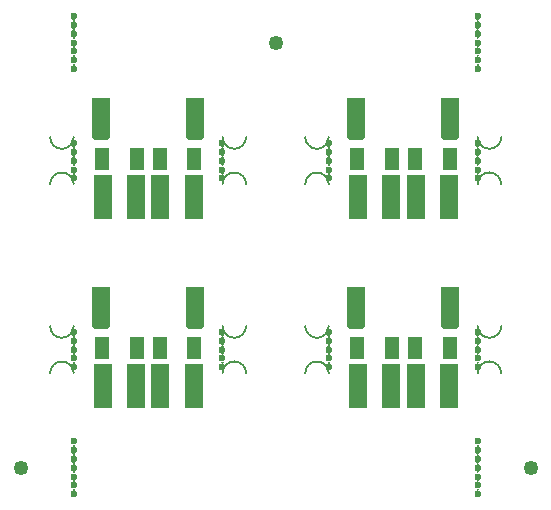
<source format=gts>
G04 #@! TF.GenerationSoftware,KiCad,Pcbnew,(7.0.0-0)*
G04 #@! TF.CreationDate,2025-07-24T17:03:06+12:00*
G04 #@! TF.ProjectId,12V_light_panelized_X4,3132565f-6c69-4676-9874-5f70616e656c,rev?*
G04 #@! TF.SameCoordinates,Original*
G04 #@! TF.FileFunction,Soldermask,Top*
G04 #@! TF.FilePolarity,Negative*
%FSLAX46Y46*%
G04 Gerber Fmt 4.6, Leading zero omitted, Abs format (unit mm)*
G04 Created by KiCad (PCBNEW (7.0.0-0)) date 2025-07-24 17:03:06*
%MOMM*%
%LPD*%
G01*
G04 APERTURE LIST*
G04 Aperture macros list*
%AMRoundRect*
0 Rectangle with rounded corners*
0 $1 Rounding radius*
0 $2 $3 $4 $5 $6 $7 $8 $9 X,Y pos of 4 corners*
0 Add a 4 corners polygon primitive as box body*
4,1,4,$2,$3,$4,$5,$6,$7,$8,$9,$2,$3,0*
0 Add four circle primitives for the rounded corners*
1,1,$1+$1,$2,$3*
1,1,$1+$1,$4,$5*
1,1,$1+$1,$6,$7*
1,1,$1+$1,$8,$9*
0 Add four rect primitives between the rounded corners*
20,1,$1+$1,$2,$3,$4,$5,0*
20,1,$1+$1,$4,$5,$6,$7,0*
20,1,$1+$1,$6,$7,$8,$9,0*
20,1,$1+$1,$8,$9,$2,$3,0*%
%AMFreePoly0*
4,1,31,0.382209,1.799478,0.489210,1.783888,0.503961,1.779330,0.614864,1.725113,0.628259,1.715548,0.715548,1.628259,0.725113,1.614864,0.779330,1.503961,0.783888,1.489210,0.799478,1.382209,0.800000,1.375000,0.800000,-1.750000,0.785355,-1.785355,0.750000,-1.800000,-0.750000,-1.800000,-0.785355,-1.785355,-0.800000,-1.750000,-0.800000,1.375000,-0.799478,1.382209,-0.783888,1.489210,
-0.779330,1.503961,-0.725113,1.614864,-0.715548,1.628259,-0.628259,1.715548,-0.614864,1.725113,-0.503961,1.779330,-0.489210,1.783888,-0.382209,1.799478,-0.375000,1.800000,0.375000,1.800000,0.382209,1.799478,0.382209,1.799478,$1*%
G04 Aperture macros list end*
G04 #@! TA.AperFunction,Profile*
%ADD10C,0.150000*%
G04 #@! TD*
%ADD11FreePoly0,180.000000*%
%ADD12RoundRect,0.050000X0.700000X1.850000X-0.700000X1.850000X-0.700000X-1.850000X0.700000X-1.850000X0*%
%ADD13RoundRect,0.050000X-0.575000X-0.900000X0.575000X-0.900000X0.575000X0.900000X-0.575000X0.900000X0*%
%ADD14C,0.600000*%
%ADD15C,1.252000*%
G04 APERTURE END LIST*
D10*
X163300032Y-70500074D02*
G75*
G03*
X161300034Y-70500074I-999999J19D01*
G01*
X161300037Y-66500038D02*
G75*
G03*
X163300033Y-66500038I999998J-20D01*
G01*
X141700033Y-86500037D02*
G75*
G03*
X139700035Y-86500037I-999999J19D01*
G01*
X139700038Y-82500001D02*
G75*
G03*
X141700034Y-82500001I999998J-20D01*
G01*
X154300039Y-66499965D02*
G75*
G03*
X156300037Y-66499965I999999J-19D01*
G01*
X156300034Y-70500001D02*
G75*
G03*
X154300038Y-70500001I-999998J20D01*
G01*
X175900038Y-66500002D02*
G75*
G03*
X177900036Y-66500002I999999J-19D01*
G01*
X177900033Y-70500038D02*
G75*
G03*
X175900037Y-70500038I-999998J20D01*
G01*
X141700033Y-70500037D02*
G75*
G03*
X139700035Y-70500037I-999999J19D01*
G01*
X139700038Y-66500001D02*
G75*
G03*
X141700034Y-66500001I999998J-20D01*
G01*
X154300039Y-82499965D02*
G75*
G03*
X156300037Y-82499965I999999J-19D01*
G01*
X156300034Y-86500001D02*
G75*
G03*
X154300038Y-86500001I-999998J20D01*
G01*
X175900003Y-82499964D02*
G75*
G03*
X177900001Y-82499964I999999J-19D01*
G01*
X177899998Y-86500000D02*
G75*
G03*
X175900002Y-86500000I-999998J20D01*
G01*
X163299997Y-86500036D02*
G75*
G03*
X161299999Y-86500036I-999999J19D01*
G01*
X161300002Y-82500000D02*
G75*
G03*
X163299998Y-82500000I999998J-20D01*
G01*
D11*
X152000000Y-65000000D03*
D12*
X146950000Y-71600000D03*
X144150000Y-71600000D03*
D13*
X148975000Y-68350000D03*
X151925000Y-68350000D03*
D11*
X144000000Y-65000000D03*
D13*
X144075000Y-68350000D03*
X147025000Y-68350000D03*
D12*
X151850000Y-71600000D03*
X149050000Y-71600000D03*
D13*
X165675000Y-68350000D03*
X168625000Y-68350000D03*
D12*
X173450000Y-71600000D03*
X170650000Y-71600000D03*
X168550000Y-71600000D03*
X165750000Y-71600000D03*
D11*
X173600000Y-65000000D03*
D13*
X170575000Y-68350000D03*
X173525000Y-68350000D03*
D11*
X165600000Y-65000000D03*
X165600000Y-81000000D03*
D13*
X170575000Y-84350000D03*
X173525000Y-84350000D03*
D11*
X173600000Y-81000000D03*
D12*
X168550000Y-87600000D03*
X165750000Y-87600000D03*
X173450000Y-87600000D03*
X170650000Y-87600000D03*
D13*
X165675000Y-84350000D03*
X168625000Y-84350000D03*
X148975000Y-84350000D03*
X151925000Y-84350000D03*
X144075000Y-84350000D03*
X147025000Y-84350000D03*
D11*
X152000000Y-81000000D03*
D12*
X151850000Y-87600000D03*
X149050000Y-87600000D03*
D11*
X144000000Y-81000000D03*
D12*
X146950000Y-87600000D03*
X144150000Y-87600000D03*
D14*
X163300035Y-70000038D03*
X163300033Y-69250038D03*
X163300033Y-68500056D03*
X163300033Y-67750038D03*
X163300033Y-67000038D03*
X141700036Y-86000001D03*
X141700034Y-85250001D03*
X141700034Y-84500019D03*
X141700034Y-83750001D03*
X141700034Y-83000001D03*
X141700000Y-60750000D03*
X141700000Y-60000000D03*
X141700000Y-59250000D03*
X141700000Y-58500000D03*
X141700000Y-57750000D03*
X141700000Y-57000000D03*
X141700000Y-56250000D03*
X141700000Y-96750000D03*
X141700000Y-96000000D03*
X141700000Y-95250000D03*
X141700000Y-94500000D03*
X141700000Y-93750000D03*
X141700000Y-93000000D03*
X141700000Y-92250000D03*
X175900000Y-96750000D03*
X175900000Y-96000000D03*
X175900000Y-95250000D03*
X175900000Y-94500000D03*
X175900000Y-93750000D03*
X175900000Y-93000000D03*
X175900000Y-92250000D03*
X154300036Y-67000001D03*
X154300038Y-67750001D03*
X154300038Y-68499983D03*
X154300038Y-69250001D03*
X154300038Y-70000001D03*
X175900035Y-67000038D03*
X175900037Y-67750038D03*
X175900037Y-68500020D03*
X175900037Y-69250038D03*
X175900037Y-70000038D03*
X141700036Y-70000001D03*
X141700034Y-69250001D03*
X141700034Y-68500019D03*
X141700034Y-67750001D03*
X141700034Y-67000001D03*
D15*
X180400000Y-94500000D03*
D14*
X154300036Y-83000001D03*
X154300038Y-83750001D03*
X154300038Y-84499983D03*
X154300038Y-85250001D03*
X154300038Y-86000001D03*
D15*
X137200000Y-94500000D03*
D14*
X175900000Y-83000000D03*
X175900002Y-83750000D03*
X175900002Y-84499982D03*
X175900002Y-85250000D03*
X175900002Y-86000000D03*
X175900000Y-60750000D03*
X175900000Y-60000000D03*
X175900000Y-59250000D03*
X175900000Y-58500000D03*
X175900000Y-57750000D03*
X175900000Y-57000000D03*
X175900000Y-56250000D03*
D15*
X158800000Y-58500000D03*
D14*
X163300000Y-86000000D03*
X163299998Y-85250000D03*
X163299998Y-84500018D03*
X163299998Y-83750000D03*
X163299998Y-83000000D03*
G36*
X176034079Y-96264404D02*
G01*
X176034909Y-96266079D01*
X176033992Y-96267709D01*
X176030883Y-96269707D01*
X175988598Y-96315125D01*
X175973316Y-96375000D01*
X175988598Y-96434874D01*
X176030882Y-96480291D01*
X176033992Y-96482289D01*
X176034910Y-96483919D01*
X176034080Y-96485595D01*
X176032227Y-96485851D01*
X175951742Y-96456558D01*
X175848258Y-96456558D01*
X175767772Y-96485851D01*
X175765919Y-96485595D01*
X175765089Y-96483919D01*
X175766007Y-96482289D01*
X175769117Y-96480290D01*
X175811401Y-96434874D01*
X175826682Y-96375000D01*
X175811401Y-96315125D01*
X175769116Y-96269707D01*
X175766007Y-96267709D01*
X175765090Y-96266080D01*
X175765920Y-96264404D01*
X175767773Y-96264148D01*
X175848258Y-96293442D01*
X175951742Y-96293442D01*
X176032226Y-96264148D01*
X176034079Y-96264404D01*
G37*
G36*
X141834079Y-96264404D02*
G01*
X141834909Y-96266079D01*
X141833992Y-96267709D01*
X141830883Y-96269707D01*
X141788598Y-96315125D01*
X141773316Y-96374999D01*
X141788598Y-96434874D01*
X141830882Y-96480291D01*
X141833992Y-96482289D01*
X141834910Y-96483919D01*
X141834080Y-96485595D01*
X141832227Y-96485851D01*
X141751742Y-96456558D01*
X141648258Y-96456558D01*
X141567772Y-96485851D01*
X141565919Y-96485595D01*
X141565089Y-96483919D01*
X141566007Y-96482289D01*
X141569117Y-96480290D01*
X141611401Y-96434874D01*
X141626682Y-96375000D01*
X141611401Y-96315125D01*
X141569116Y-96269707D01*
X141566007Y-96267709D01*
X141565090Y-96266080D01*
X141565920Y-96264404D01*
X141567773Y-96264148D01*
X141648258Y-96293442D01*
X141751742Y-96293442D01*
X141832226Y-96264148D01*
X141834079Y-96264404D01*
G37*
G36*
X176034079Y-95514404D02*
G01*
X176034909Y-95516079D01*
X176033992Y-95517709D01*
X176030883Y-95519707D01*
X175988598Y-95565125D01*
X175973316Y-95625000D01*
X175988598Y-95684874D01*
X176030882Y-95730291D01*
X176033992Y-95732289D01*
X176034910Y-95733919D01*
X176034080Y-95735595D01*
X176032227Y-95735851D01*
X175951742Y-95706558D01*
X175848258Y-95706558D01*
X175767772Y-95735851D01*
X175765919Y-95735595D01*
X175765089Y-95733919D01*
X175766007Y-95732289D01*
X175769117Y-95730290D01*
X175811401Y-95684874D01*
X175826682Y-95625000D01*
X175811401Y-95565125D01*
X175769116Y-95519707D01*
X175766007Y-95517709D01*
X175765090Y-95516080D01*
X175765920Y-95514404D01*
X175767773Y-95514148D01*
X175848258Y-95543442D01*
X175951742Y-95543442D01*
X176032226Y-95514148D01*
X176034079Y-95514404D01*
G37*
G36*
X141834079Y-95514404D02*
G01*
X141834909Y-95516079D01*
X141833992Y-95517709D01*
X141830883Y-95519707D01*
X141788598Y-95565125D01*
X141773316Y-95625000D01*
X141788598Y-95684874D01*
X141830882Y-95730291D01*
X141833992Y-95732289D01*
X141834910Y-95733919D01*
X141834080Y-95735595D01*
X141832227Y-95735851D01*
X141751742Y-95706558D01*
X141648258Y-95706558D01*
X141567772Y-95735851D01*
X141565919Y-95735595D01*
X141565089Y-95733919D01*
X141566007Y-95732289D01*
X141569117Y-95730290D01*
X141611401Y-95684874D01*
X141626682Y-95625000D01*
X141611401Y-95565125D01*
X141569116Y-95519707D01*
X141566007Y-95517709D01*
X141565090Y-95516080D01*
X141565920Y-95514404D01*
X141567773Y-95514148D01*
X141648258Y-95543442D01*
X141751742Y-95543442D01*
X141832226Y-95514148D01*
X141834079Y-95514404D01*
G37*
G36*
X176034079Y-94764404D02*
G01*
X176034909Y-94766079D01*
X176033992Y-94767709D01*
X176030883Y-94769707D01*
X175988598Y-94815125D01*
X175973316Y-94874999D01*
X175988598Y-94934874D01*
X176030882Y-94980291D01*
X176033992Y-94982289D01*
X176034910Y-94983919D01*
X176034080Y-94985595D01*
X176032227Y-94985851D01*
X175951742Y-94956558D01*
X175848258Y-94956558D01*
X175767772Y-94985851D01*
X175765919Y-94985595D01*
X175765089Y-94983919D01*
X175766007Y-94982289D01*
X175769117Y-94980290D01*
X175811401Y-94934874D01*
X175826682Y-94874999D01*
X175811401Y-94815125D01*
X175769116Y-94769707D01*
X175766007Y-94767709D01*
X175765090Y-94766080D01*
X175765920Y-94764404D01*
X175767773Y-94764148D01*
X175848258Y-94793442D01*
X175951742Y-94793442D01*
X176032226Y-94764148D01*
X176034079Y-94764404D01*
G37*
G36*
X141834079Y-94764404D02*
G01*
X141834909Y-94766079D01*
X141833992Y-94767709D01*
X141830883Y-94769707D01*
X141788598Y-94815125D01*
X141773316Y-94874999D01*
X141788598Y-94934874D01*
X141830882Y-94980291D01*
X141833992Y-94982289D01*
X141834910Y-94983919D01*
X141834080Y-94985595D01*
X141832227Y-94985851D01*
X141751742Y-94956558D01*
X141648258Y-94956558D01*
X141567772Y-94985851D01*
X141565919Y-94985595D01*
X141565089Y-94983919D01*
X141566007Y-94982289D01*
X141569117Y-94980290D01*
X141611401Y-94934874D01*
X141626682Y-94874999D01*
X141611401Y-94815125D01*
X141569116Y-94769707D01*
X141566007Y-94767709D01*
X141565090Y-94766080D01*
X141565920Y-94764404D01*
X141567773Y-94764148D01*
X141648258Y-94793442D01*
X141751742Y-94793442D01*
X141832226Y-94764148D01*
X141834079Y-94764404D01*
G37*
G36*
X176034079Y-94014404D02*
G01*
X176034909Y-94016079D01*
X176033992Y-94017709D01*
X176030883Y-94019707D01*
X175988598Y-94065125D01*
X175973316Y-94125000D01*
X175988598Y-94184874D01*
X176030882Y-94230291D01*
X176033992Y-94232289D01*
X176034910Y-94233919D01*
X176034080Y-94235595D01*
X176032227Y-94235851D01*
X175951742Y-94206558D01*
X175848258Y-94206558D01*
X175767772Y-94235851D01*
X175765919Y-94235595D01*
X175765089Y-94233919D01*
X175766007Y-94232289D01*
X175769117Y-94230290D01*
X175811401Y-94184874D01*
X175826682Y-94125000D01*
X175811401Y-94065125D01*
X175769116Y-94019707D01*
X175766007Y-94017709D01*
X175765090Y-94016080D01*
X175765920Y-94014404D01*
X175767773Y-94014148D01*
X175848258Y-94043442D01*
X175951742Y-94043442D01*
X176032226Y-94014148D01*
X176034079Y-94014404D01*
G37*
G36*
X141834079Y-94014404D02*
G01*
X141834909Y-94016079D01*
X141833992Y-94017709D01*
X141830883Y-94019707D01*
X141788598Y-94065125D01*
X141773316Y-94125000D01*
X141788598Y-94184874D01*
X141830882Y-94230291D01*
X141833992Y-94232289D01*
X141834910Y-94233919D01*
X141834080Y-94235595D01*
X141832227Y-94235851D01*
X141751742Y-94206558D01*
X141648258Y-94206558D01*
X141567772Y-94235851D01*
X141565919Y-94235595D01*
X141565089Y-94233919D01*
X141566007Y-94232289D01*
X141569117Y-94230290D01*
X141611401Y-94184874D01*
X141626682Y-94125000D01*
X141611401Y-94065125D01*
X141569116Y-94019707D01*
X141566007Y-94017709D01*
X141565090Y-94016080D01*
X141565920Y-94014404D01*
X141567773Y-94014148D01*
X141648258Y-94043442D01*
X141751742Y-94043442D01*
X141832226Y-94014148D01*
X141834079Y-94014404D01*
G37*
G36*
X176034079Y-93264404D02*
G01*
X176034909Y-93266079D01*
X176033992Y-93267709D01*
X176030883Y-93269707D01*
X175988598Y-93315125D01*
X175973316Y-93375000D01*
X175988598Y-93434874D01*
X176030882Y-93480291D01*
X176033992Y-93482289D01*
X176034910Y-93483919D01*
X176034080Y-93485595D01*
X176032227Y-93485851D01*
X175951742Y-93456558D01*
X175848258Y-93456558D01*
X175767772Y-93485851D01*
X175765919Y-93485595D01*
X175765089Y-93483919D01*
X175766007Y-93482289D01*
X175769117Y-93480290D01*
X175811401Y-93434874D01*
X175826682Y-93375000D01*
X175811401Y-93315125D01*
X175769116Y-93269707D01*
X175766007Y-93267709D01*
X175765090Y-93266080D01*
X175765920Y-93264404D01*
X175767773Y-93264148D01*
X175848258Y-93293442D01*
X175951742Y-93293442D01*
X176032226Y-93264148D01*
X176034079Y-93264404D01*
G37*
G36*
X141834079Y-93264404D02*
G01*
X141834909Y-93266079D01*
X141833992Y-93267709D01*
X141830883Y-93269707D01*
X141788598Y-93315125D01*
X141773316Y-93375000D01*
X141788598Y-93434874D01*
X141830882Y-93480291D01*
X141833992Y-93482289D01*
X141834910Y-93483919D01*
X141834080Y-93485595D01*
X141832227Y-93485851D01*
X141751742Y-93456558D01*
X141648258Y-93456558D01*
X141567772Y-93485851D01*
X141565919Y-93485595D01*
X141565089Y-93483919D01*
X141566007Y-93482289D01*
X141569117Y-93480290D01*
X141611401Y-93434874D01*
X141626682Y-93375000D01*
X141611401Y-93315125D01*
X141569116Y-93269707D01*
X141566007Y-93267709D01*
X141565090Y-93266080D01*
X141565920Y-93264404D01*
X141567773Y-93264148D01*
X141648258Y-93293442D01*
X141751742Y-93293442D01*
X141832226Y-93264148D01*
X141834079Y-93264404D01*
G37*
G36*
X176034079Y-92514404D02*
G01*
X176034909Y-92516079D01*
X176033992Y-92517709D01*
X176030883Y-92519707D01*
X175988598Y-92565125D01*
X175973316Y-92625000D01*
X175988598Y-92684874D01*
X176030882Y-92730291D01*
X176033992Y-92732289D01*
X176034910Y-92733919D01*
X176034080Y-92735595D01*
X176032227Y-92735851D01*
X175951742Y-92706558D01*
X175848258Y-92706558D01*
X175767765Y-92735853D01*
X175765912Y-92735597D01*
X175765082Y-92733921D01*
X175766000Y-92732291D01*
X175769117Y-92730288D01*
X175811401Y-92684872D01*
X175826682Y-92624998D01*
X175811400Y-92565123D01*
X175769116Y-92519706D01*
X175766012Y-92517712D01*
X175765094Y-92516082D01*
X175765924Y-92514406D01*
X175767777Y-92514150D01*
X175848258Y-92543442D01*
X175951742Y-92543442D01*
X176032226Y-92514148D01*
X176034079Y-92514404D01*
G37*
G36*
X141834079Y-92514404D02*
G01*
X141834909Y-92516079D01*
X141833992Y-92517709D01*
X141830883Y-92519707D01*
X141788598Y-92565125D01*
X141773316Y-92624999D01*
X141788598Y-92684874D01*
X141830882Y-92730291D01*
X141833992Y-92732289D01*
X141834910Y-92733919D01*
X141834080Y-92735595D01*
X141832227Y-92735851D01*
X141751742Y-92706558D01*
X141648258Y-92706558D01*
X141567765Y-92735853D01*
X141565912Y-92735597D01*
X141565082Y-92733921D01*
X141566000Y-92732291D01*
X141569117Y-92730288D01*
X141611401Y-92684872D01*
X141626682Y-92624998D01*
X141611400Y-92565123D01*
X141569116Y-92519706D01*
X141566012Y-92517712D01*
X141565094Y-92516082D01*
X141565924Y-92514406D01*
X141567777Y-92514150D01*
X141648258Y-92543442D01*
X141751742Y-92543442D01*
X141832226Y-92514148D01*
X141834079Y-92514404D01*
G37*
G36*
X154434117Y-85514405D02*
G01*
X154434947Y-85516080D01*
X154434030Y-85517710D01*
X154430921Y-85519708D01*
X154388636Y-85565126D01*
X154373354Y-85625000D01*
X154388636Y-85684875D01*
X154430920Y-85730292D01*
X154434030Y-85732290D01*
X154434948Y-85733920D01*
X154434118Y-85735596D01*
X154432265Y-85735852D01*
X154351780Y-85706559D01*
X154248296Y-85706559D01*
X154167803Y-85735854D01*
X154165950Y-85735598D01*
X154165120Y-85733922D01*
X154166038Y-85732292D01*
X154169155Y-85730289D01*
X154211439Y-85684873D01*
X154226720Y-85624999D01*
X154211438Y-85565124D01*
X154169154Y-85519707D01*
X154166050Y-85517713D01*
X154165132Y-85516083D01*
X154165962Y-85514407D01*
X154167815Y-85514151D01*
X154248296Y-85543443D01*
X154351780Y-85543443D01*
X154432264Y-85514149D01*
X154434117Y-85514405D01*
G37*
G36*
X141648292Y-85543443D02*
G01*
X141751776Y-85543443D01*
X141832255Y-85514151D01*
X141834108Y-85514407D01*
X141834938Y-85516083D01*
X141834021Y-85517712D01*
X141830918Y-85519706D01*
X141788633Y-85565125D01*
X141773351Y-85625000D01*
X141788632Y-85684874D01*
X141830917Y-85730291D01*
X141834029Y-85732290D01*
X141834947Y-85733920D01*
X141834117Y-85735596D01*
X141832264Y-85735852D01*
X141751778Y-85706559D01*
X141648294Y-85706559D01*
X141567806Y-85735853D01*
X141565953Y-85735597D01*
X141565123Y-85733921D01*
X141566041Y-85732291D01*
X141569152Y-85730292D01*
X141611436Y-85684874D01*
X141626717Y-85625000D01*
X141611435Y-85565126D01*
X141569150Y-85519708D01*
X141566041Y-85517710D01*
X141565124Y-85516081D01*
X141565954Y-85514405D01*
X141567807Y-85514149D01*
X141648292Y-85543443D01*
G37*
G36*
X163248256Y-85543442D02*
G01*
X163351740Y-85543442D01*
X163432219Y-85514150D01*
X163434072Y-85514406D01*
X163434902Y-85516082D01*
X163433985Y-85517711D01*
X163430882Y-85519705D01*
X163388597Y-85565124D01*
X163373315Y-85624999D01*
X163388596Y-85684873D01*
X163430881Y-85730290D01*
X163433993Y-85732289D01*
X163434911Y-85733919D01*
X163434081Y-85735595D01*
X163432228Y-85735851D01*
X163351742Y-85706558D01*
X163248258Y-85706558D01*
X163167770Y-85735852D01*
X163165917Y-85735596D01*
X163165087Y-85733920D01*
X163166005Y-85732290D01*
X163169116Y-85730291D01*
X163211400Y-85684873D01*
X163226681Y-85624999D01*
X163211399Y-85565125D01*
X163169114Y-85519707D01*
X163166005Y-85517709D01*
X163165088Y-85516080D01*
X163165918Y-85514404D01*
X163167771Y-85514148D01*
X163248256Y-85543442D01*
G37*
G36*
X176034081Y-85514404D02*
G01*
X176034911Y-85516079D01*
X176033994Y-85517709D01*
X176030885Y-85519707D01*
X175988600Y-85565125D01*
X175973318Y-85625000D01*
X175988600Y-85684874D01*
X176030884Y-85730291D01*
X176033994Y-85732289D01*
X176034912Y-85733919D01*
X176034082Y-85735595D01*
X176032229Y-85735851D01*
X175951744Y-85706558D01*
X175848260Y-85706558D01*
X175767774Y-85735851D01*
X175765921Y-85735595D01*
X175765091Y-85733919D01*
X175766009Y-85732289D01*
X175769119Y-85730290D01*
X175811403Y-85684874D01*
X175826684Y-85625000D01*
X175811403Y-85565125D01*
X175769118Y-85519707D01*
X175766009Y-85517709D01*
X175765092Y-85516080D01*
X175765922Y-85514404D01*
X175767775Y-85514148D01*
X175848260Y-85543442D01*
X175951744Y-85543442D01*
X176032228Y-85514148D01*
X176034081Y-85514404D01*
G37*
G36*
X154434117Y-84764387D02*
G01*
X154434947Y-84766062D01*
X154434030Y-84767692D01*
X154430907Y-84769699D01*
X154388622Y-84815117D01*
X154373340Y-84874992D01*
X154388622Y-84934866D01*
X154430906Y-84980283D01*
X154434030Y-84982290D01*
X154434948Y-84983920D01*
X154434118Y-84985596D01*
X154432265Y-84985852D01*
X154351780Y-84956559D01*
X154248296Y-84956559D01*
X154167810Y-84985852D01*
X154165957Y-84985596D01*
X154165127Y-84983920D01*
X154166045Y-84982290D01*
X154169169Y-84980282D01*
X154211453Y-84934866D01*
X154226734Y-84874992D01*
X154211453Y-84815117D01*
X154169168Y-84769699D01*
X154166045Y-84767692D01*
X154165128Y-84766063D01*
X154165958Y-84764387D01*
X154167811Y-84764131D01*
X154248296Y-84793425D01*
X154351780Y-84793425D01*
X154432264Y-84764131D01*
X154434117Y-84764387D01*
G37*
G36*
X141834113Y-84764423D02*
G01*
X141834943Y-84766098D01*
X141834026Y-84767728D01*
X141830931Y-84769717D01*
X141788646Y-84815135D01*
X141773364Y-84875010D01*
X141788646Y-84934884D01*
X141830930Y-84980301D01*
X141834026Y-84982290D01*
X141834944Y-84983920D01*
X141834114Y-84985596D01*
X141832261Y-84985852D01*
X141751776Y-84956559D01*
X141648292Y-84956559D01*
X141567806Y-84985852D01*
X141565953Y-84985596D01*
X141565123Y-84983920D01*
X141566041Y-84982290D01*
X141569137Y-84980300D01*
X141611421Y-84934884D01*
X141626702Y-84875009D01*
X141611421Y-84815135D01*
X141569136Y-84769717D01*
X141566041Y-84767728D01*
X141565124Y-84766099D01*
X141565954Y-84764423D01*
X141567807Y-84764167D01*
X141648292Y-84793461D01*
X141751776Y-84793461D01*
X141832260Y-84764167D01*
X141834113Y-84764423D01*
G37*
G36*
X175848260Y-84793424D02*
G01*
X175951744Y-84793424D01*
X176032224Y-84764132D01*
X176034077Y-84764388D01*
X176034907Y-84766064D01*
X176033989Y-84767693D01*
X176030874Y-84769695D01*
X175988586Y-84815114D01*
X175973304Y-84874989D01*
X175988585Y-84934863D01*
X176030869Y-84980281D01*
X176033995Y-84982289D01*
X176034913Y-84983919D01*
X176034083Y-84985595D01*
X176032230Y-84985851D01*
X175951744Y-84956558D01*
X175848260Y-84956558D01*
X175767774Y-84985851D01*
X175765921Y-84985595D01*
X175765091Y-84983919D01*
X175766009Y-84982289D01*
X175769133Y-84980281D01*
X175811417Y-84934865D01*
X175826698Y-84874991D01*
X175811417Y-84815116D01*
X175769132Y-84769698D01*
X175766009Y-84767691D01*
X175765092Y-84766062D01*
X175765922Y-84764386D01*
X175767775Y-84764130D01*
X175848260Y-84793424D01*
G37*
G36*
X163434077Y-84764422D02*
G01*
X163434907Y-84766097D01*
X163433990Y-84767727D01*
X163430895Y-84769716D01*
X163388610Y-84815134D01*
X163373328Y-84875009D01*
X163388610Y-84934883D01*
X163430894Y-84980300D01*
X163433990Y-84982289D01*
X163434908Y-84983919D01*
X163434078Y-84985595D01*
X163432225Y-84985851D01*
X163351740Y-84956558D01*
X163248256Y-84956558D01*
X163167770Y-84985851D01*
X163165917Y-84985595D01*
X163165087Y-84983919D01*
X163166005Y-84982289D01*
X163169101Y-84980299D01*
X163211385Y-84934883D01*
X163226666Y-84875008D01*
X163211385Y-84815134D01*
X163169100Y-84769716D01*
X163166005Y-84767727D01*
X163165088Y-84766098D01*
X163165918Y-84764422D01*
X163167771Y-84764166D01*
X163248256Y-84793460D01*
X163351740Y-84793460D01*
X163432224Y-84764166D01*
X163434077Y-84764422D01*
G37*
G36*
X141834113Y-84014405D02*
G01*
X141834943Y-84016080D01*
X141834026Y-84017710D01*
X141830903Y-84019717D01*
X141788618Y-84065135D01*
X141773336Y-84125009D01*
X141788618Y-84184884D01*
X141830902Y-84230301D01*
X141834026Y-84232308D01*
X141834944Y-84233938D01*
X141834114Y-84235614D01*
X141832261Y-84235870D01*
X141751776Y-84206577D01*
X141648292Y-84206577D01*
X141567806Y-84235870D01*
X141565953Y-84235614D01*
X141565123Y-84233938D01*
X141566041Y-84232308D01*
X141569165Y-84230300D01*
X141611449Y-84184884D01*
X141626730Y-84125010D01*
X141611449Y-84065135D01*
X141569164Y-84019717D01*
X141566041Y-84017710D01*
X141565124Y-84016081D01*
X141565954Y-84014405D01*
X141567807Y-84014149D01*
X141648292Y-84043443D01*
X141751776Y-84043443D01*
X141832260Y-84014149D01*
X141834113Y-84014405D01*
G37*
G36*
X163434077Y-84014404D02*
G01*
X163434907Y-84016079D01*
X163433990Y-84017709D01*
X163430867Y-84019716D01*
X163388582Y-84065134D01*
X163373300Y-84125008D01*
X163388582Y-84184883D01*
X163430866Y-84230300D01*
X163433990Y-84232307D01*
X163434908Y-84233937D01*
X163434078Y-84235613D01*
X163432225Y-84235869D01*
X163351740Y-84206576D01*
X163248256Y-84206576D01*
X163167770Y-84235869D01*
X163165917Y-84235613D01*
X163165087Y-84233937D01*
X163166005Y-84232307D01*
X163169129Y-84230299D01*
X163211413Y-84184883D01*
X163226694Y-84125009D01*
X163211413Y-84065134D01*
X163169128Y-84019716D01*
X163166005Y-84017709D01*
X163165088Y-84016080D01*
X163165918Y-84014404D01*
X163167771Y-84014148D01*
X163248256Y-84043442D01*
X163351740Y-84043442D01*
X163432224Y-84014148D01*
X163434077Y-84014404D01*
G37*
G36*
X154434117Y-84014405D02*
G01*
X154434947Y-84016080D01*
X154434030Y-84017710D01*
X154430935Y-84019699D01*
X154388650Y-84065117D01*
X154373368Y-84124992D01*
X154388650Y-84184866D01*
X154430934Y-84230283D01*
X154434030Y-84232272D01*
X154434948Y-84233902D01*
X154434118Y-84235578D01*
X154432265Y-84235834D01*
X154351780Y-84206541D01*
X154248296Y-84206541D01*
X154167810Y-84235834D01*
X154165957Y-84235578D01*
X154165127Y-84233902D01*
X154166045Y-84232272D01*
X154169141Y-84230282D01*
X154211425Y-84184866D01*
X154226706Y-84124991D01*
X154211425Y-84065117D01*
X154169140Y-84019699D01*
X154166045Y-84017710D01*
X154165128Y-84016081D01*
X154165958Y-84014405D01*
X154167811Y-84014149D01*
X154248296Y-84043443D01*
X154351780Y-84043443D01*
X154432264Y-84014149D01*
X154434117Y-84014405D01*
G37*
G36*
X176034081Y-84014404D02*
G01*
X176034911Y-84016079D01*
X176033994Y-84017709D01*
X176030899Y-84019698D01*
X175988614Y-84065116D01*
X175973332Y-84124991D01*
X175988614Y-84184865D01*
X176030898Y-84230282D01*
X176033994Y-84232271D01*
X176034912Y-84233901D01*
X176034082Y-84235577D01*
X176032229Y-84235833D01*
X175951744Y-84206540D01*
X175848260Y-84206540D01*
X175767774Y-84235833D01*
X175765921Y-84235577D01*
X175765091Y-84233901D01*
X175766009Y-84232271D01*
X175769105Y-84230281D01*
X175811389Y-84184865D01*
X175826670Y-84124990D01*
X175811389Y-84065116D01*
X175769104Y-84019698D01*
X175766009Y-84017709D01*
X175765092Y-84016080D01*
X175765922Y-84014404D01*
X175767775Y-84014148D01*
X175848260Y-84043442D01*
X175951744Y-84043442D01*
X176032228Y-84014148D01*
X176034081Y-84014404D01*
G37*
G36*
X154248294Y-83293443D02*
G01*
X154351778Y-83293443D01*
X154432257Y-83264151D01*
X154434110Y-83264407D01*
X154434940Y-83266083D01*
X154434023Y-83267712D01*
X154430920Y-83269706D01*
X154388635Y-83315125D01*
X154373353Y-83375000D01*
X154388634Y-83434874D01*
X154430919Y-83480291D01*
X154434031Y-83482290D01*
X154434949Y-83483920D01*
X154434119Y-83485596D01*
X154432266Y-83485852D01*
X154351780Y-83456559D01*
X154248296Y-83456559D01*
X154167808Y-83485853D01*
X154165955Y-83485597D01*
X154165125Y-83483921D01*
X154166043Y-83482291D01*
X154169154Y-83480292D01*
X154211438Y-83434874D01*
X154226719Y-83375000D01*
X154211437Y-83315126D01*
X154169152Y-83269708D01*
X154166043Y-83267710D01*
X154165126Y-83266081D01*
X154165956Y-83264405D01*
X154167809Y-83264149D01*
X154248294Y-83293443D01*
G37*
G36*
X175848258Y-83293442D02*
G01*
X175951742Y-83293442D01*
X176032221Y-83264150D01*
X176034074Y-83264406D01*
X176034904Y-83266082D01*
X176033987Y-83267711D01*
X176030884Y-83269705D01*
X175988599Y-83315124D01*
X175973317Y-83374999D01*
X175988598Y-83434873D01*
X176030883Y-83480290D01*
X176033995Y-83482289D01*
X176034913Y-83483919D01*
X176034083Y-83485595D01*
X176032230Y-83485851D01*
X175951744Y-83456558D01*
X175848260Y-83456558D01*
X175767772Y-83485852D01*
X175765919Y-83485596D01*
X175765089Y-83483920D01*
X175766007Y-83482290D01*
X175769118Y-83480291D01*
X175811402Y-83434873D01*
X175826683Y-83374999D01*
X175811401Y-83315125D01*
X175769116Y-83269707D01*
X175766007Y-83267709D01*
X175765090Y-83266080D01*
X175765920Y-83264404D01*
X175767773Y-83264148D01*
X175848258Y-83293442D01*
G37*
G36*
X141834113Y-83264405D02*
G01*
X141834943Y-83266080D01*
X141834026Y-83267710D01*
X141830917Y-83269708D01*
X141788632Y-83315126D01*
X141773350Y-83375000D01*
X141788632Y-83434875D01*
X141830916Y-83480292D01*
X141834026Y-83482290D01*
X141834944Y-83483920D01*
X141834114Y-83485596D01*
X141832261Y-83485852D01*
X141751776Y-83456559D01*
X141648292Y-83456559D01*
X141567806Y-83485852D01*
X141565953Y-83485596D01*
X141565123Y-83483920D01*
X141566041Y-83482290D01*
X141569151Y-83480291D01*
X141611435Y-83434875D01*
X141626716Y-83375000D01*
X141611435Y-83315126D01*
X141569150Y-83269708D01*
X141566041Y-83267710D01*
X141565124Y-83266081D01*
X141565954Y-83264405D01*
X141567807Y-83264149D01*
X141648292Y-83293443D01*
X141751776Y-83293443D01*
X141832260Y-83264149D01*
X141834113Y-83264405D01*
G37*
G36*
X163434077Y-83264404D02*
G01*
X163434907Y-83266079D01*
X163433990Y-83267709D01*
X163430881Y-83269707D01*
X163388596Y-83315125D01*
X163373314Y-83375000D01*
X163388596Y-83434874D01*
X163430880Y-83480291D01*
X163433990Y-83482289D01*
X163434908Y-83483919D01*
X163434078Y-83485595D01*
X163432225Y-83485851D01*
X163351740Y-83456558D01*
X163248256Y-83456558D01*
X163167770Y-83485851D01*
X163165917Y-83485595D01*
X163165087Y-83483919D01*
X163166005Y-83482289D01*
X163169115Y-83480290D01*
X163211399Y-83434874D01*
X163226680Y-83374999D01*
X163211399Y-83315125D01*
X163169114Y-83269707D01*
X163166005Y-83267709D01*
X163165088Y-83266080D01*
X163165918Y-83264404D01*
X163167771Y-83264148D01*
X163248256Y-83293442D01*
X163351740Y-83293442D01*
X163432224Y-83264148D01*
X163434077Y-83264404D01*
G37*
G36*
X163248291Y-69543480D02*
G01*
X163351775Y-69543480D01*
X163432254Y-69514188D01*
X163434107Y-69514444D01*
X163434937Y-69516120D01*
X163434020Y-69517749D01*
X163430917Y-69519743D01*
X163388632Y-69565162D01*
X163373350Y-69625037D01*
X163388631Y-69684911D01*
X163430916Y-69730328D01*
X163434028Y-69732327D01*
X163434946Y-69733957D01*
X163434116Y-69735633D01*
X163432263Y-69735889D01*
X163351777Y-69706596D01*
X163248293Y-69706596D01*
X163167805Y-69735890D01*
X163165952Y-69735634D01*
X163165122Y-69733958D01*
X163166040Y-69732328D01*
X163169151Y-69730329D01*
X163211435Y-69684911D01*
X163226716Y-69625037D01*
X163211434Y-69565163D01*
X163169149Y-69519745D01*
X163166040Y-69517747D01*
X163165123Y-69516118D01*
X163165953Y-69514442D01*
X163167806Y-69514186D01*
X163248291Y-69543480D01*
G37*
G36*
X176034116Y-69514442D02*
G01*
X176034946Y-69516117D01*
X176034029Y-69517747D01*
X176030920Y-69519745D01*
X175988635Y-69565163D01*
X175973353Y-69625037D01*
X175988635Y-69684912D01*
X176030919Y-69730329D01*
X176034029Y-69732327D01*
X176034947Y-69733957D01*
X176034117Y-69735633D01*
X176032264Y-69735889D01*
X175951779Y-69706596D01*
X175848295Y-69706596D01*
X175767809Y-69735889D01*
X175765956Y-69735633D01*
X175765126Y-69733957D01*
X175766044Y-69732327D01*
X175769154Y-69730328D01*
X175811438Y-69684912D01*
X175826719Y-69625038D01*
X175811438Y-69565163D01*
X175769153Y-69519745D01*
X175766044Y-69517747D01*
X175765127Y-69516118D01*
X175765957Y-69514442D01*
X175767810Y-69514186D01*
X175848295Y-69543480D01*
X175951779Y-69543480D01*
X176032263Y-69514186D01*
X176034116Y-69514442D01*
G37*
G36*
X141648292Y-69543443D02*
G01*
X141751776Y-69543443D01*
X141832255Y-69514151D01*
X141834108Y-69514407D01*
X141834938Y-69516083D01*
X141834021Y-69517712D01*
X141830918Y-69519706D01*
X141788633Y-69565125D01*
X141773351Y-69625000D01*
X141788632Y-69684874D01*
X141830917Y-69730291D01*
X141834029Y-69732290D01*
X141834947Y-69733920D01*
X141834117Y-69735596D01*
X141832264Y-69735852D01*
X141751778Y-69706559D01*
X141648294Y-69706559D01*
X141567806Y-69735853D01*
X141565953Y-69735597D01*
X141565123Y-69733921D01*
X141566041Y-69732291D01*
X141569152Y-69730292D01*
X141611436Y-69684874D01*
X141626717Y-69625000D01*
X141611435Y-69565126D01*
X141569150Y-69519708D01*
X141566041Y-69517710D01*
X141565124Y-69516081D01*
X141565954Y-69514405D01*
X141567807Y-69514149D01*
X141648292Y-69543443D01*
G37*
G36*
X154434117Y-69514405D02*
G01*
X154434947Y-69516080D01*
X154434030Y-69517710D01*
X154430921Y-69519708D01*
X154388636Y-69565126D01*
X154373354Y-69625000D01*
X154388636Y-69684875D01*
X154430920Y-69730292D01*
X154434030Y-69732290D01*
X154434948Y-69733920D01*
X154434118Y-69735596D01*
X154432265Y-69735852D01*
X154351780Y-69706559D01*
X154248296Y-69706559D01*
X154167810Y-69735852D01*
X154165957Y-69735596D01*
X154165127Y-69733920D01*
X154166045Y-69732290D01*
X154169155Y-69730291D01*
X154211439Y-69684875D01*
X154226720Y-69625000D01*
X154211439Y-69565126D01*
X154169154Y-69519708D01*
X154166045Y-69517710D01*
X154165128Y-69516081D01*
X154165958Y-69514405D01*
X154167811Y-69514149D01*
X154248296Y-69543443D01*
X154351780Y-69543443D01*
X154432264Y-69514149D01*
X154434117Y-69514405D01*
G37*
G36*
X176034116Y-68764424D02*
G01*
X176034946Y-68766099D01*
X176034029Y-68767729D01*
X176030906Y-68769736D01*
X175988621Y-68815154D01*
X175973339Y-68875029D01*
X175988621Y-68934903D01*
X176030905Y-68980320D01*
X176034029Y-68982327D01*
X176034947Y-68983957D01*
X176034117Y-68985633D01*
X176032264Y-68985889D01*
X175951779Y-68956596D01*
X175848295Y-68956596D01*
X175767809Y-68985889D01*
X175765956Y-68985633D01*
X175765126Y-68983957D01*
X175766044Y-68982327D01*
X175769168Y-68980319D01*
X175811452Y-68934903D01*
X175826733Y-68875028D01*
X175811452Y-68815154D01*
X175769167Y-68769736D01*
X175766044Y-68767729D01*
X175765127Y-68766100D01*
X175765957Y-68764424D01*
X175767810Y-68764168D01*
X175848295Y-68793462D01*
X175951779Y-68793462D01*
X176032263Y-68764168D01*
X176034116Y-68764424D01*
G37*
G36*
X163434112Y-68764460D02*
G01*
X163434942Y-68766135D01*
X163434025Y-68767765D01*
X163430930Y-68769754D01*
X163388645Y-68815172D01*
X163373363Y-68875046D01*
X163388645Y-68934921D01*
X163430929Y-68980338D01*
X163434025Y-68982327D01*
X163434943Y-68983957D01*
X163434113Y-68985633D01*
X163432260Y-68985889D01*
X163351775Y-68956596D01*
X163248291Y-68956596D01*
X163167805Y-68985889D01*
X163165952Y-68985633D01*
X163165122Y-68983957D01*
X163166040Y-68982327D01*
X163169136Y-68980337D01*
X163211420Y-68934921D01*
X163226701Y-68875046D01*
X163211420Y-68815172D01*
X163169135Y-68769754D01*
X163166040Y-68767765D01*
X163165123Y-68766136D01*
X163165953Y-68764460D01*
X163167806Y-68764204D01*
X163248291Y-68793498D01*
X163351775Y-68793498D01*
X163432259Y-68764204D01*
X163434112Y-68764460D01*
G37*
G36*
X154434117Y-68764387D02*
G01*
X154434947Y-68766062D01*
X154434030Y-68767692D01*
X154430907Y-68769699D01*
X154388622Y-68815117D01*
X154373340Y-68874991D01*
X154388622Y-68934866D01*
X154430906Y-68980283D01*
X154434030Y-68982290D01*
X154434948Y-68983920D01*
X154434118Y-68985596D01*
X154432265Y-68985852D01*
X154351780Y-68956559D01*
X154248296Y-68956559D01*
X154167810Y-68985852D01*
X154165957Y-68985596D01*
X154165127Y-68983920D01*
X154166045Y-68982290D01*
X154169169Y-68980282D01*
X154211453Y-68934866D01*
X154226734Y-68874992D01*
X154211453Y-68815117D01*
X154169168Y-68769699D01*
X154166045Y-68767692D01*
X154165128Y-68766063D01*
X154165958Y-68764387D01*
X154167811Y-68764131D01*
X154248296Y-68793425D01*
X154351780Y-68793425D01*
X154432264Y-68764131D01*
X154434117Y-68764387D01*
G37*
G36*
X141834113Y-68764423D02*
G01*
X141834943Y-68766098D01*
X141834026Y-68767728D01*
X141830931Y-68769717D01*
X141788646Y-68815135D01*
X141773364Y-68875010D01*
X141788646Y-68934884D01*
X141830930Y-68980301D01*
X141834026Y-68982290D01*
X141834944Y-68983920D01*
X141834114Y-68985596D01*
X141832261Y-68985852D01*
X141751776Y-68956559D01*
X141648292Y-68956559D01*
X141567806Y-68985852D01*
X141565953Y-68985596D01*
X141565123Y-68983920D01*
X141566041Y-68982290D01*
X141569137Y-68980300D01*
X141611421Y-68934884D01*
X141626702Y-68875009D01*
X141611421Y-68815135D01*
X141569136Y-68769717D01*
X141566041Y-68767728D01*
X141565124Y-68766099D01*
X141565954Y-68764423D01*
X141567807Y-68764167D01*
X141648292Y-68793461D01*
X141751776Y-68793461D01*
X141832260Y-68764167D01*
X141834113Y-68764423D01*
G37*
G36*
X163248291Y-68043480D02*
G01*
X163351775Y-68043480D01*
X163432255Y-68014188D01*
X163434108Y-68014444D01*
X163434938Y-68016120D01*
X163434020Y-68017749D01*
X163430905Y-68019751D01*
X163388617Y-68065170D01*
X163373335Y-68125045D01*
X163388616Y-68184919D01*
X163430900Y-68230337D01*
X163434026Y-68232345D01*
X163434944Y-68233975D01*
X163434114Y-68235651D01*
X163432261Y-68235907D01*
X163351775Y-68206614D01*
X163248291Y-68206614D01*
X163167805Y-68235907D01*
X163165952Y-68235651D01*
X163165122Y-68233975D01*
X163166040Y-68232345D01*
X163169164Y-68230337D01*
X163211448Y-68184921D01*
X163226729Y-68125046D01*
X163211448Y-68065172D01*
X163169163Y-68019754D01*
X163166040Y-68017747D01*
X163165123Y-68016118D01*
X163165953Y-68014442D01*
X163167806Y-68014186D01*
X163248291Y-68043480D01*
G37*
G36*
X175848295Y-68043480D02*
G01*
X175951779Y-68043480D01*
X176032259Y-68014188D01*
X176034112Y-68014444D01*
X176034942Y-68016120D01*
X176034024Y-68017749D01*
X176030937Y-68019733D01*
X175988649Y-68065152D01*
X175973367Y-68125027D01*
X175988648Y-68184901D01*
X176030932Y-68230319D01*
X176034030Y-68232309D01*
X176034948Y-68233939D01*
X176034118Y-68235615D01*
X176032265Y-68235871D01*
X175951779Y-68206578D01*
X175848295Y-68206578D01*
X175767809Y-68235871D01*
X175765956Y-68235615D01*
X175765126Y-68233939D01*
X175766044Y-68232309D01*
X175769140Y-68230319D01*
X175811424Y-68184903D01*
X175826705Y-68125029D01*
X175811424Y-68065154D01*
X175769139Y-68019736D01*
X175766044Y-68017747D01*
X175765127Y-68016118D01*
X175765957Y-68014442D01*
X175767810Y-68014186D01*
X175848295Y-68043480D01*
G37*
G36*
X141834113Y-68014405D02*
G01*
X141834943Y-68016080D01*
X141834026Y-68017710D01*
X141830903Y-68019717D01*
X141788618Y-68065135D01*
X141773336Y-68125010D01*
X141788618Y-68184884D01*
X141830902Y-68230301D01*
X141834026Y-68232308D01*
X141834944Y-68233938D01*
X141834114Y-68235614D01*
X141832261Y-68235870D01*
X141751776Y-68206577D01*
X141648292Y-68206577D01*
X141567806Y-68235870D01*
X141565953Y-68235614D01*
X141565123Y-68233938D01*
X141566041Y-68232308D01*
X141569165Y-68230300D01*
X141611449Y-68184884D01*
X141626730Y-68125010D01*
X141611449Y-68065135D01*
X141569164Y-68019717D01*
X141566041Y-68017710D01*
X141565124Y-68016081D01*
X141565954Y-68014405D01*
X141567807Y-68014149D01*
X141648292Y-68043443D01*
X141751776Y-68043443D01*
X141832260Y-68014149D01*
X141834113Y-68014405D01*
G37*
G36*
X154434117Y-68014405D02*
G01*
X154434947Y-68016080D01*
X154434030Y-68017710D01*
X154430935Y-68019699D01*
X154388650Y-68065117D01*
X154373368Y-68124992D01*
X154388650Y-68184866D01*
X154430934Y-68230283D01*
X154434030Y-68232272D01*
X154434948Y-68233902D01*
X154434118Y-68235578D01*
X154432265Y-68235834D01*
X154351780Y-68206541D01*
X154248296Y-68206541D01*
X154167810Y-68235834D01*
X154165957Y-68235578D01*
X154165127Y-68233902D01*
X154166045Y-68232272D01*
X154169141Y-68230282D01*
X154211425Y-68184866D01*
X154226706Y-68124991D01*
X154211425Y-68065117D01*
X154169140Y-68019699D01*
X154166045Y-68017710D01*
X154165128Y-68016081D01*
X154165958Y-68014405D01*
X154167811Y-68014149D01*
X154248296Y-68043443D01*
X154351780Y-68043443D01*
X154432264Y-68014149D01*
X154434117Y-68014405D01*
G37*
G36*
X175848293Y-67293480D02*
G01*
X175951777Y-67293480D01*
X176032256Y-67264188D01*
X176034109Y-67264444D01*
X176034939Y-67266120D01*
X176034022Y-67267749D01*
X176030919Y-67269743D01*
X175988634Y-67315162D01*
X175973352Y-67375037D01*
X175988633Y-67434911D01*
X176030918Y-67480328D01*
X176034030Y-67482327D01*
X176034948Y-67483957D01*
X176034118Y-67485633D01*
X176032265Y-67485889D01*
X175951779Y-67456596D01*
X175848295Y-67456596D01*
X175767807Y-67485890D01*
X175765954Y-67485634D01*
X175765124Y-67483958D01*
X175766042Y-67482328D01*
X175769153Y-67480329D01*
X175811437Y-67434911D01*
X175826718Y-67375037D01*
X175811436Y-67315163D01*
X175769151Y-67269745D01*
X175766042Y-67267747D01*
X175765125Y-67266118D01*
X175765955Y-67264442D01*
X175767808Y-67264186D01*
X175848293Y-67293480D01*
G37*
G36*
X163434112Y-67264442D02*
G01*
X163434942Y-67266117D01*
X163434025Y-67267747D01*
X163430916Y-67269745D01*
X163388631Y-67315163D01*
X163373349Y-67375038D01*
X163388631Y-67434912D01*
X163430915Y-67480329D01*
X163434025Y-67482327D01*
X163434943Y-67483957D01*
X163434113Y-67485633D01*
X163432260Y-67485889D01*
X163351775Y-67456596D01*
X163248291Y-67456596D01*
X163167805Y-67485889D01*
X163165952Y-67485633D01*
X163165122Y-67483957D01*
X163166040Y-67482327D01*
X163169150Y-67480328D01*
X163211434Y-67434912D01*
X163226715Y-67375038D01*
X163211434Y-67315163D01*
X163169149Y-67269745D01*
X163166040Y-67267747D01*
X163165123Y-67266118D01*
X163165953Y-67264442D01*
X163167806Y-67264186D01*
X163248291Y-67293480D01*
X163351775Y-67293480D01*
X163432259Y-67264186D01*
X163434112Y-67264442D01*
G37*
G36*
X154248294Y-67293443D02*
G01*
X154351778Y-67293443D01*
X154432257Y-67264151D01*
X154434110Y-67264407D01*
X154434940Y-67266083D01*
X154434023Y-67267712D01*
X154430920Y-67269706D01*
X154388635Y-67315125D01*
X154373353Y-67375000D01*
X154388634Y-67434874D01*
X154430919Y-67480291D01*
X154434031Y-67482290D01*
X154434949Y-67483920D01*
X154434119Y-67485596D01*
X154432266Y-67485852D01*
X154351780Y-67456559D01*
X154248296Y-67456559D01*
X154167808Y-67485853D01*
X154165955Y-67485597D01*
X154165125Y-67483921D01*
X154166043Y-67482291D01*
X154169154Y-67480292D01*
X154211438Y-67434874D01*
X154226719Y-67375000D01*
X154211437Y-67315126D01*
X154169152Y-67269708D01*
X154166043Y-67267710D01*
X154165126Y-67266081D01*
X154165956Y-67264405D01*
X154167809Y-67264149D01*
X154248294Y-67293443D01*
G37*
G36*
X141834113Y-67264405D02*
G01*
X141834943Y-67266080D01*
X141834026Y-67267710D01*
X141830917Y-67269708D01*
X141788632Y-67315126D01*
X141773350Y-67375001D01*
X141788632Y-67434875D01*
X141830916Y-67480292D01*
X141834026Y-67482290D01*
X141834944Y-67483920D01*
X141834114Y-67485596D01*
X141832261Y-67485852D01*
X141751776Y-67456559D01*
X141648292Y-67456559D01*
X141567806Y-67485852D01*
X141565953Y-67485596D01*
X141565123Y-67483920D01*
X141566041Y-67482290D01*
X141569151Y-67480291D01*
X141611435Y-67434875D01*
X141626716Y-67375000D01*
X141611435Y-67315126D01*
X141569150Y-67269708D01*
X141566041Y-67267710D01*
X141565124Y-67266081D01*
X141565954Y-67264405D01*
X141567807Y-67264149D01*
X141648292Y-67293443D01*
X141751776Y-67293443D01*
X141832260Y-67264149D01*
X141834113Y-67264405D01*
G37*
G36*
X176034079Y-60264404D02*
G01*
X176034909Y-60266079D01*
X176033992Y-60267709D01*
X176030883Y-60269707D01*
X175988598Y-60315125D01*
X175973316Y-60374999D01*
X175988598Y-60434874D01*
X176030882Y-60480291D01*
X176033992Y-60482289D01*
X176034910Y-60483919D01*
X176034080Y-60485595D01*
X176032227Y-60485851D01*
X175951742Y-60456558D01*
X175848258Y-60456558D01*
X175767765Y-60485853D01*
X175765912Y-60485597D01*
X175765082Y-60483921D01*
X175766000Y-60482291D01*
X175769117Y-60480288D01*
X175811401Y-60434872D01*
X175826682Y-60374998D01*
X175811400Y-60315123D01*
X175769116Y-60269706D01*
X175766012Y-60267712D01*
X175765094Y-60266082D01*
X175765924Y-60264406D01*
X175767777Y-60264150D01*
X175848258Y-60293442D01*
X175951742Y-60293442D01*
X176032226Y-60264148D01*
X176034079Y-60264404D01*
G37*
G36*
X141834079Y-60264404D02*
G01*
X141834909Y-60266079D01*
X141833992Y-60267709D01*
X141830883Y-60269707D01*
X141788598Y-60315125D01*
X141773316Y-60374999D01*
X141788598Y-60434874D01*
X141830882Y-60480291D01*
X141833992Y-60482289D01*
X141834910Y-60483919D01*
X141834080Y-60485595D01*
X141832227Y-60485851D01*
X141751742Y-60456558D01*
X141648258Y-60456558D01*
X141567772Y-60485851D01*
X141565919Y-60485595D01*
X141565089Y-60483919D01*
X141566007Y-60482289D01*
X141569117Y-60480290D01*
X141611401Y-60434874D01*
X141626682Y-60375000D01*
X141611401Y-60315125D01*
X141569116Y-60269707D01*
X141566007Y-60267709D01*
X141565090Y-60266080D01*
X141565920Y-60264404D01*
X141567773Y-60264148D01*
X141648258Y-60293442D01*
X141751742Y-60293442D01*
X141832226Y-60264148D01*
X141834079Y-60264404D01*
G37*
G36*
X176034075Y-59514406D02*
G01*
X176034905Y-59516082D01*
X176033987Y-59517711D01*
X176030886Y-59519704D01*
X175988598Y-59565123D01*
X175973316Y-59624998D01*
X175988597Y-59684872D01*
X176030881Y-59730290D01*
X176033993Y-59732289D01*
X176034911Y-59733919D01*
X176034081Y-59735595D01*
X176032228Y-59735851D01*
X175951742Y-59706558D01*
X175848258Y-59706558D01*
X175767765Y-59735853D01*
X175765912Y-59735597D01*
X175765082Y-59733921D01*
X175766000Y-59732291D01*
X175769117Y-59730288D01*
X175811401Y-59684872D01*
X175826682Y-59624998D01*
X175811400Y-59565123D01*
X175769116Y-59519706D01*
X175766012Y-59517712D01*
X175765094Y-59516082D01*
X175765924Y-59514406D01*
X175767777Y-59514150D01*
X175848258Y-59543442D01*
X175951742Y-59543442D01*
X176032222Y-59514150D01*
X176034075Y-59514406D01*
G37*
G36*
X141648258Y-59543442D02*
G01*
X141751742Y-59543442D01*
X141832222Y-59514150D01*
X141834075Y-59514406D01*
X141834905Y-59516082D01*
X141833987Y-59517711D01*
X141830886Y-59519704D01*
X141788598Y-59565123D01*
X141773316Y-59624998D01*
X141788597Y-59684872D01*
X141830881Y-59730290D01*
X141833993Y-59732289D01*
X141834911Y-59733919D01*
X141834081Y-59735595D01*
X141832228Y-59735851D01*
X141751742Y-59706558D01*
X141648258Y-59706558D01*
X141567772Y-59735851D01*
X141565919Y-59735595D01*
X141565089Y-59733919D01*
X141566007Y-59732289D01*
X141569117Y-59730290D01*
X141611401Y-59684874D01*
X141626682Y-59625000D01*
X141611401Y-59565125D01*
X141569116Y-59519707D01*
X141566007Y-59517709D01*
X141565090Y-59516080D01*
X141565920Y-59514404D01*
X141567773Y-59514148D01*
X141648258Y-59543442D01*
G37*
G36*
X176034075Y-58764406D02*
G01*
X176034905Y-58766082D01*
X176033987Y-58767711D01*
X176030886Y-58769704D01*
X175988598Y-58815123D01*
X175973316Y-58874998D01*
X175988597Y-58934872D01*
X176030881Y-58980290D01*
X176033993Y-58982289D01*
X176034911Y-58983919D01*
X176034081Y-58985595D01*
X176032228Y-58985851D01*
X175951742Y-58956558D01*
X175848258Y-58956558D01*
X175767765Y-58985853D01*
X175765912Y-58985597D01*
X175765082Y-58983921D01*
X175766000Y-58982291D01*
X175769117Y-58980288D01*
X175811401Y-58934872D01*
X175826682Y-58874998D01*
X175811400Y-58815123D01*
X175769116Y-58769706D01*
X175766012Y-58767712D01*
X175765094Y-58766082D01*
X175765924Y-58764406D01*
X175767777Y-58764150D01*
X175848258Y-58793442D01*
X175951742Y-58793442D01*
X176032222Y-58764150D01*
X176034075Y-58764406D01*
G37*
G36*
X141834075Y-58764406D02*
G01*
X141834905Y-58766082D01*
X141833987Y-58767711D01*
X141830886Y-58769704D01*
X141788598Y-58815123D01*
X141773316Y-58874998D01*
X141788597Y-58934872D01*
X141830881Y-58980290D01*
X141833993Y-58982289D01*
X141834911Y-58983919D01*
X141834081Y-58985595D01*
X141832228Y-58985851D01*
X141751742Y-58956558D01*
X141648258Y-58956558D01*
X141567765Y-58985853D01*
X141565912Y-58985597D01*
X141565082Y-58983921D01*
X141566000Y-58982291D01*
X141569117Y-58980288D01*
X141611401Y-58934872D01*
X141626682Y-58874998D01*
X141611400Y-58815123D01*
X141569116Y-58769706D01*
X141566012Y-58767712D01*
X141565094Y-58766082D01*
X141565924Y-58764406D01*
X141567777Y-58764150D01*
X141648258Y-58793442D01*
X141751742Y-58793442D01*
X141832222Y-58764150D01*
X141834075Y-58764406D01*
G37*
G36*
X176034075Y-58014406D02*
G01*
X176034905Y-58016082D01*
X176033987Y-58017711D01*
X176030886Y-58019704D01*
X175988598Y-58065123D01*
X175973316Y-58124998D01*
X175988597Y-58184872D01*
X176030881Y-58230290D01*
X176033993Y-58232289D01*
X176034911Y-58233919D01*
X176034081Y-58235595D01*
X176032228Y-58235851D01*
X175951742Y-58206558D01*
X175848258Y-58206558D01*
X175767765Y-58235853D01*
X175765912Y-58235597D01*
X175765082Y-58233921D01*
X175766000Y-58232291D01*
X175769117Y-58230288D01*
X175811401Y-58184872D01*
X175826682Y-58124998D01*
X175811400Y-58065123D01*
X175769116Y-58019706D01*
X175766012Y-58017712D01*
X175765094Y-58016082D01*
X175765924Y-58014406D01*
X175767777Y-58014150D01*
X175848258Y-58043442D01*
X175951742Y-58043442D01*
X176032222Y-58014150D01*
X176034075Y-58014406D01*
G37*
G36*
X141834075Y-58014406D02*
G01*
X141834905Y-58016082D01*
X141833987Y-58017711D01*
X141830886Y-58019704D01*
X141788598Y-58065123D01*
X141773316Y-58124998D01*
X141788597Y-58184872D01*
X141830881Y-58230290D01*
X141833993Y-58232289D01*
X141834911Y-58233919D01*
X141834081Y-58235595D01*
X141832228Y-58235851D01*
X141751742Y-58206558D01*
X141648258Y-58206558D01*
X141567765Y-58235853D01*
X141565912Y-58235597D01*
X141565082Y-58233921D01*
X141566000Y-58232291D01*
X141569117Y-58230288D01*
X141611401Y-58184872D01*
X141626682Y-58124998D01*
X141611400Y-58065123D01*
X141569116Y-58019706D01*
X141566012Y-58017712D01*
X141565094Y-58016082D01*
X141565924Y-58014406D01*
X141567777Y-58014150D01*
X141648258Y-58043442D01*
X141751742Y-58043442D01*
X141832222Y-58014150D01*
X141834075Y-58014406D01*
G37*
G36*
X176034079Y-57264404D02*
G01*
X176034909Y-57266079D01*
X176033992Y-57267709D01*
X176030883Y-57269707D01*
X175988598Y-57315125D01*
X175973316Y-57374999D01*
X175988598Y-57434874D01*
X176030882Y-57480291D01*
X176033992Y-57482289D01*
X176034910Y-57483919D01*
X176034080Y-57485595D01*
X176032227Y-57485851D01*
X175951742Y-57456558D01*
X175848258Y-57456558D01*
X175767772Y-57485851D01*
X175765919Y-57485595D01*
X175765089Y-57483919D01*
X175766007Y-57482289D01*
X175769117Y-57480290D01*
X175811401Y-57434874D01*
X175826682Y-57374999D01*
X175811401Y-57315125D01*
X175769116Y-57269707D01*
X175766007Y-57267709D01*
X175765090Y-57266080D01*
X175765920Y-57264404D01*
X175767773Y-57264148D01*
X175848258Y-57293442D01*
X175951742Y-57293442D01*
X176032226Y-57264148D01*
X176034079Y-57264404D01*
G37*
G36*
X141834079Y-57264404D02*
G01*
X141834909Y-57266079D01*
X141833992Y-57267709D01*
X141830883Y-57269707D01*
X141788598Y-57315125D01*
X141773316Y-57375000D01*
X141788598Y-57434874D01*
X141830882Y-57480291D01*
X141833992Y-57482289D01*
X141834910Y-57483919D01*
X141834080Y-57485595D01*
X141832227Y-57485851D01*
X141751742Y-57456558D01*
X141648258Y-57456558D01*
X141567772Y-57485851D01*
X141565919Y-57485595D01*
X141565089Y-57483919D01*
X141566007Y-57482289D01*
X141569117Y-57480290D01*
X141611401Y-57434874D01*
X141626682Y-57375000D01*
X141611401Y-57315125D01*
X141569116Y-57269707D01*
X141566007Y-57267709D01*
X141565090Y-57266080D01*
X141565920Y-57264404D01*
X141567773Y-57264148D01*
X141648258Y-57293442D01*
X141751742Y-57293442D01*
X141832226Y-57264148D01*
X141834079Y-57264404D01*
G37*
G36*
X176034079Y-56514404D02*
G01*
X176034909Y-56516079D01*
X176033992Y-56517709D01*
X176030883Y-56519707D01*
X175988598Y-56565125D01*
X175973316Y-56625000D01*
X175988598Y-56684874D01*
X176030882Y-56730291D01*
X176033992Y-56732289D01*
X176034910Y-56733919D01*
X176034080Y-56735595D01*
X176032227Y-56735851D01*
X175951742Y-56706558D01*
X175848258Y-56706558D01*
X175767772Y-56735851D01*
X175765919Y-56735595D01*
X175765089Y-56733919D01*
X175766007Y-56732289D01*
X175769117Y-56730290D01*
X175811401Y-56684874D01*
X175826682Y-56625000D01*
X175811401Y-56565125D01*
X175769116Y-56519707D01*
X175766007Y-56517709D01*
X175765090Y-56516080D01*
X175765920Y-56514404D01*
X175767773Y-56514148D01*
X175848258Y-56543442D01*
X175951742Y-56543442D01*
X176032226Y-56514148D01*
X176034079Y-56514404D01*
G37*
G36*
X141834079Y-56514404D02*
G01*
X141834909Y-56516079D01*
X141833992Y-56517709D01*
X141830883Y-56519707D01*
X141788598Y-56565125D01*
X141773316Y-56625000D01*
X141788598Y-56684874D01*
X141830882Y-56730291D01*
X141833992Y-56732289D01*
X141834910Y-56733919D01*
X141834080Y-56735595D01*
X141832227Y-56735851D01*
X141751742Y-56706558D01*
X141648258Y-56706558D01*
X141567772Y-56735851D01*
X141565919Y-56735595D01*
X141565089Y-56733919D01*
X141566007Y-56732289D01*
X141569117Y-56730290D01*
X141611401Y-56684874D01*
X141626682Y-56625000D01*
X141611401Y-56565125D01*
X141569116Y-56519707D01*
X141566007Y-56517709D01*
X141565090Y-56516080D01*
X141565920Y-56514404D01*
X141567773Y-56514148D01*
X141648258Y-56543442D01*
X141751742Y-56543442D01*
X141832226Y-56514148D01*
X141834079Y-56514404D01*
G37*
M02*

</source>
